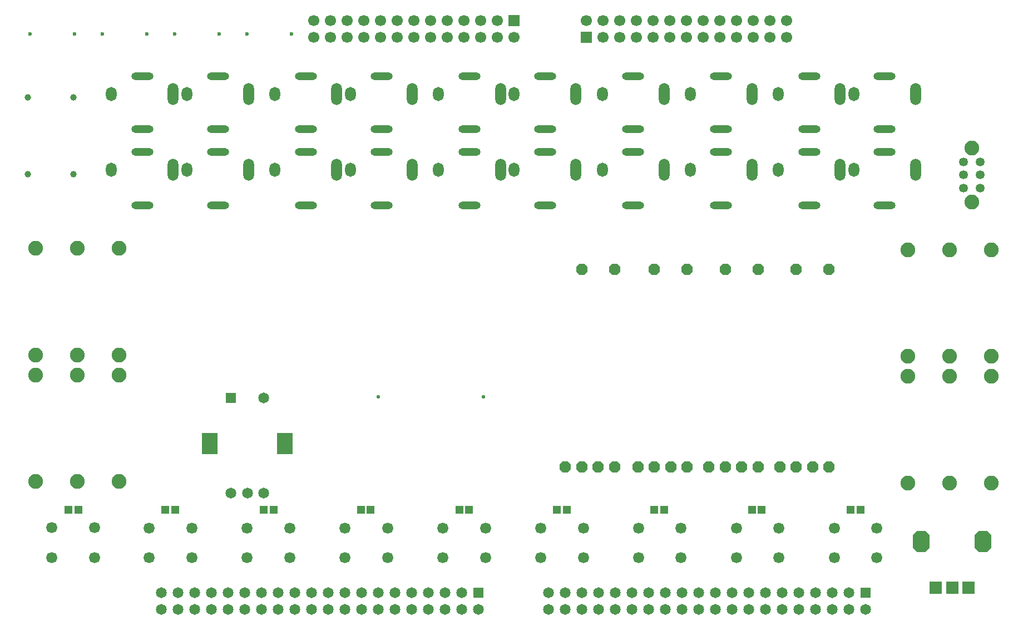
<source format=gts>
G04*
G04 #@! TF.GenerationSoftware,Altium Limited,Altium Designer,19.0.15 (446)*
G04*
G04 Layer_Color=8388736*
%FSLAX25Y25*%
%MOIN*%
G70*
G01*
G75*
%ADD11R,0.04724X0.04528*%
%ADD12C,0.02362*%
%ADD13C,0.08858*%
%ADD14O,0.13189X0.04528*%
%ADD15O,0.06496X0.13189*%
%ADD16O,0.06496X0.08465*%
%ADD17C,0.00591*%
%ADD18C,0.02166*%
%ADD19P,0.07448X8X112.5*%
%ADD20C,0.06693*%
%ADD21R,0.06693X0.06693*%
%ADD22C,0.03937*%
%ADD23C,0.05315*%
%ADD24C,0.06653*%
%ADD25C,0.06496*%
%ADD26R,0.06496X0.06496*%
%ADD27R,0.09646X0.12795*%
G04:AMPARAMS|DCode=28|XSize=124.02mil|YSize=102.73mil|CornerRadius=0mil|HoleSize=0mil|Usage=FLASHONLY|Rotation=90.000|XOffset=0mil|YOffset=0mil|HoleType=Round|Shape=Octagon|*
%AMOCTAGOND28*
4,1,8,0.02568,0.06201,-0.02568,0.06201,-0.05137,0.03633,-0.05137,-0.03633,-0.02568,-0.06201,0.02568,-0.06201,0.05137,-0.03633,0.05137,0.03633,0.02568,0.06201,0.0*
%
%ADD28OCTAGOND28*%

%ADD29R,0.07756X0.07756*%
D11*
X-197Y69882D02*
D03*
X5709D02*
D03*
X57874D02*
D03*
X63779D02*
D03*
X116929D02*
D03*
X122835D02*
D03*
X175000D02*
D03*
X180905D02*
D03*
X234055D02*
D03*
X239961D02*
D03*
X292520D02*
D03*
X298425D02*
D03*
X474508D02*
D03*
X468602D02*
D03*
X350984D02*
D03*
X356890D02*
D03*
X409397D02*
D03*
X415302D02*
D03*
D12*
X46900Y355118D02*
D03*
X20128D02*
D03*
X3543D02*
D03*
X-23228D02*
D03*
X63485D02*
D03*
X90256D02*
D03*
X106841D02*
D03*
X133613D02*
D03*
D13*
X552937Y225807D02*
D03*
Y161909D02*
D03*
X527937Y225807D02*
D03*
Y161909D02*
D03*
X502937Y225807D02*
D03*
Y161909D02*
D03*
X541079Y286642D02*
D03*
Y254358D02*
D03*
X502937Y86122D02*
D03*
Y150020D02*
D03*
X527937Y86122D02*
D03*
Y150020D02*
D03*
X552937Y86122D02*
D03*
Y150020D02*
D03*
X30043Y150807D02*
D03*
Y86910D02*
D03*
X5043Y150807D02*
D03*
Y86910D02*
D03*
X-19957Y150807D02*
D03*
Y86910D02*
D03*
X30043Y226594D02*
D03*
Y162697D02*
D03*
X5043Y226594D02*
D03*
Y162697D02*
D03*
X-19957Y226594D02*
D03*
Y162697D02*
D03*
D14*
X142126Y284252D02*
D03*
Y252362D02*
D03*
X488977D02*
D03*
Y284252D02*
D03*
X443701D02*
D03*
Y252362D02*
D03*
X44094D02*
D03*
Y284252D02*
D03*
X89370D02*
D03*
Y252362D02*
D03*
X142126Y297835D02*
D03*
Y329724D02*
D03*
X488977D02*
D03*
Y297835D02*
D03*
X443701D02*
D03*
Y329724D02*
D03*
X44094D02*
D03*
Y297835D02*
D03*
X89370D02*
D03*
Y329724D02*
D03*
X285433Y284252D02*
D03*
Y252362D02*
D03*
X390945D02*
D03*
Y284252D02*
D03*
X338189D02*
D03*
Y252362D02*
D03*
X187402D02*
D03*
Y284252D02*
D03*
X240158D02*
D03*
Y252362D02*
D03*
X285433Y297835D02*
D03*
Y329724D02*
D03*
X390945D02*
D03*
Y297835D02*
D03*
X338189D02*
D03*
Y329724D02*
D03*
X187402D02*
D03*
Y297835D02*
D03*
X240158D02*
D03*
Y329724D02*
D03*
D15*
X160630Y273622D02*
D03*
X507480D02*
D03*
X462205D02*
D03*
X62599D02*
D03*
X107874D02*
D03*
X160630Y319094D02*
D03*
X507480D02*
D03*
X462205D02*
D03*
X62599D02*
D03*
X107874D02*
D03*
X303937Y273622D02*
D03*
X409449D02*
D03*
X356693D02*
D03*
X205906D02*
D03*
X258662D02*
D03*
X303937Y319094D02*
D03*
X409449D02*
D03*
X356693D02*
D03*
X205906D02*
D03*
X258662D02*
D03*
D16*
X123622Y273622D02*
D03*
X470473D02*
D03*
X425197D02*
D03*
X25591D02*
D03*
X70866D02*
D03*
X123622Y319094D02*
D03*
X470473D02*
D03*
X425197D02*
D03*
X25591D02*
D03*
X70866D02*
D03*
X266929Y273622D02*
D03*
X372441D02*
D03*
X319685D02*
D03*
X168898D02*
D03*
X221654D02*
D03*
X266929Y319094D02*
D03*
X372441D02*
D03*
X319685D02*
D03*
X168898D02*
D03*
X221654D02*
D03*
D17*
X217118Y124500D02*
D03*
D18*
X248614Y137803D02*
D03*
X185622D02*
D03*
D19*
X455656Y95722D02*
D03*
X445813D02*
D03*
X435971D02*
D03*
X426128D02*
D03*
X455656Y213832D02*
D03*
X435971D02*
D03*
X350932D02*
D03*
X370617D02*
D03*
X341089Y95722D02*
D03*
X350932D02*
D03*
X360773D02*
D03*
X370617D02*
D03*
X327113D02*
D03*
X317270D02*
D03*
X307428D02*
D03*
X297585D02*
D03*
X327113Y213832D02*
D03*
X307428D02*
D03*
X393451D02*
D03*
X413136D02*
D03*
X383608Y95722D02*
D03*
X393451D02*
D03*
X403293D02*
D03*
X413136D02*
D03*
D20*
X420177Y363150D02*
D03*
Y353150D02*
D03*
X430177D02*
D03*
Y363150D02*
D03*
X410177D02*
D03*
Y353150D02*
D03*
X340177Y363150D02*
D03*
Y353150D02*
D03*
X320177D02*
D03*
X330177D02*
D03*
X310177Y363150D02*
D03*
X320177D02*
D03*
X330177D02*
D03*
X350177Y353150D02*
D03*
Y363150D02*
D03*
X370177D02*
D03*
X360177D02*
D03*
X370177Y353150D02*
D03*
X360177D02*
D03*
X380177D02*
D03*
Y363150D02*
D03*
X400177D02*
D03*
Y353150D02*
D03*
X390177D02*
D03*
Y363150D02*
D03*
X186870Y353150D02*
D03*
Y363150D02*
D03*
X176870D02*
D03*
Y353150D02*
D03*
X196870D02*
D03*
Y363150D02*
D03*
X216870D02*
D03*
X206870D02*
D03*
X216870Y353150D02*
D03*
X206870D02*
D03*
X226870D02*
D03*
Y363150D02*
D03*
X246870Y353150D02*
D03*
X256870D02*
D03*
X266870D02*
D03*
X246870Y363150D02*
D03*
X256870D02*
D03*
X236870D02*
D03*
Y353150D02*
D03*
X166870Y363150D02*
D03*
Y353150D02*
D03*
X146870D02*
D03*
Y363150D02*
D03*
X156870D02*
D03*
Y353150D02*
D03*
D21*
X310177D02*
D03*
X266870Y363150D02*
D03*
D22*
X-24606Y316929D02*
D03*
X2953D02*
D03*
X-24606Y271063D02*
D03*
X2953D02*
D03*
D23*
X536158Y262626D02*
D03*
X546000D02*
D03*
Y270500D02*
D03*
X536158D02*
D03*
Y278374D02*
D03*
X546000D02*
D03*
D24*
X458661Y41264D02*
D03*
X484252D02*
D03*
Y58980D02*
D03*
X458661D02*
D03*
X400028Y41264D02*
D03*
X425619D02*
D03*
Y58980D02*
D03*
X400028D02*
D03*
X282762Y41264D02*
D03*
X308352D02*
D03*
Y58980D02*
D03*
X282762D02*
D03*
X224128Y41264D02*
D03*
X249719D02*
D03*
Y58980D02*
D03*
X224128D02*
D03*
X165495Y41264D02*
D03*
X191086D02*
D03*
Y58980D02*
D03*
X165495D02*
D03*
X-10012Y41461D02*
D03*
X15579D02*
D03*
Y59177D02*
D03*
X-10012D02*
D03*
X341395Y41264D02*
D03*
X366985D02*
D03*
Y58980D02*
D03*
X341395D02*
D03*
X106862Y41264D02*
D03*
X132452D02*
D03*
Y58980D02*
D03*
X106862D02*
D03*
X48228Y41264D02*
D03*
X73819D02*
D03*
Y58980D02*
D03*
X48228D02*
D03*
D25*
X55551Y10236D02*
D03*
X65551D02*
D03*
X75551D02*
D03*
X85551D02*
D03*
X95551D02*
D03*
X105551D02*
D03*
X115551D02*
D03*
X125551D02*
D03*
X135551D02*
D03*
X145551D02*
D03*
X155551D02*
D03*
X165551D02*
D03*
X175551D02*
D03*
X185551D02*
D03*
X195551D02*
D03*
X205551D02*
D03*
X215551D02*
D03*
X225551D02*
D03*
X235551D02*
D03*
X245551D02*
D03*
X55551Y20236D02*
D03*
X65551D02*
D03*
X75551D02*
D03*
X85551D02*
D03*
X95551D02*
D03*
X105551D02*
D03*
X115551D02*
D03*
X125551D02*
D03*
X135551D02*
D03*
X145551D02*
D03*
X155551D02*
D03*
X165551D02*
D03*
X175551D02*
D03*
X185551D02*
D03*
X195551D02*
D03*
X205551D02*
D03*
X215551D02*
D03*
X225551D02*
D03*
X235551D02*
D03*
X287421Y10236D02*
D03*
X297421D02*
D03*
X307421D02*
D03*
X317421D02*
D03*
X327421D02*
D03*
X337421D02*
D03*
X347421D02*
D03*
X357421D02*
D03*
X367421D02*
D03*
X377421D02*
D03*
X387421D02*
D03*
X397421D02*
D03*
X407421D02*
D03*
X417421D02*
D03*
X427421D02*
D03*
X437421D02*
D03*
X447421D02*
D03*
X457421D02*
D03*
X467421D02*
D03*
X477421D02*
D03*
X287421Y20236D02*
D03*
X297421D02*
D03*
X307421D02*
D03*
X317421D02*
D03*
X327421D02*
D03*
X337421D02*
D03*
X347421D02*
D03*
X357421D02*
D03*
X367421D02*
D03*
X377421D02*
D03*
X387421D02*
D03*
X397421D02*
D03*
X407421D02*
D03*
X417421D02*
D03*
X427421D02*
D03*
X437421D02*
D03*
X447421D02*
D03*
X457421D02*
D03*
X467421D02*
D03*
X116902Y79972D02*
D03*
X107059D02*
D03*
X97216D02*
D03*
X116902Y137059D02*
D03*
D26*
X245551Y20236D02*
D03*
X477421D02*
D03*
X97216Y137059D02*
D03*
D27*
X129500Y109500D02*
D03*
X84618D02*
D03*
D28*
X510949Y50886D02*
D03*
X547957D02*
D03*
D29*
X519610Y23327D02*
D03*
X529453D02*
D03*
X539296D02*
D03*
M02*

</source>
